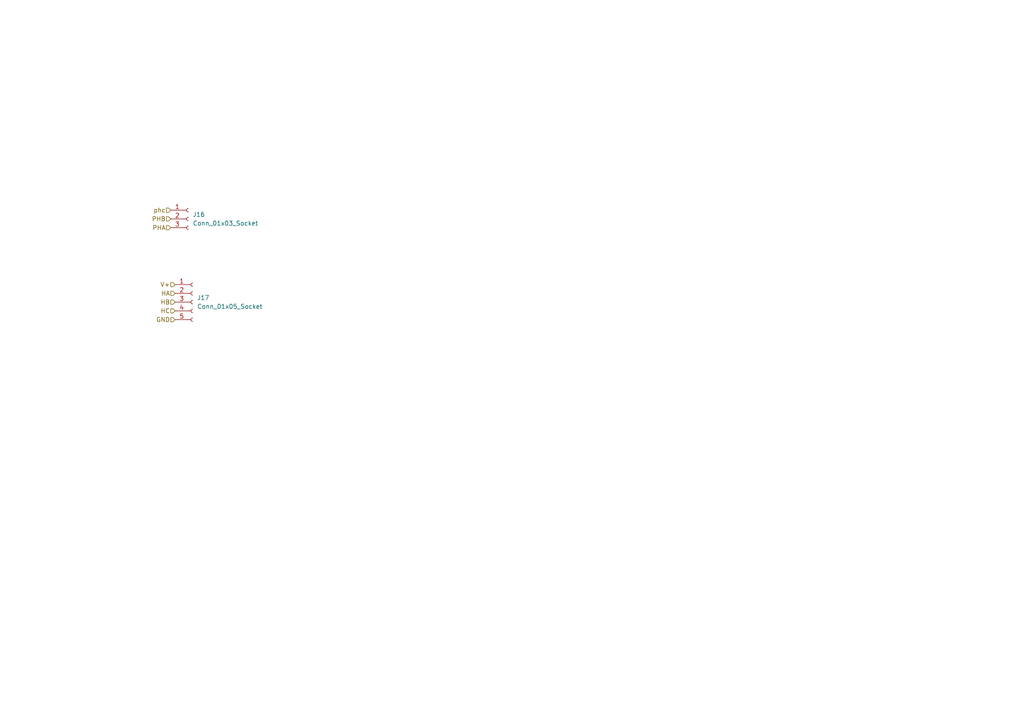
<source format=kicad_sch>
(kicad_sch (version 20231120) (generator "eeschema") (generator_version "8.0")
  (paper "A4")
  (lib_symbols
    (symbol "Connector:Conn_01x03_Socket" (pin_names (offset 1.016) hide)
      (property "Reference" "J" (at 0 5.08 0))
      (property "Value" "Conn_01x03_Socket" (at 0 -5.08 0))
      (symbol "Conn_01x03_Socket_1_1"
        (arc (start 0 -2.032) (mid -0.5058 -2.54) (end 0 -3.048) (stroke (width 0.1524)))
        (polyline (pts (xy -1.27 -2.54) (xy -0.508 -2.54)) (stroke (width 0.1524)))
        (polyline (pts (xy -1.27 0) (xy -0.508 0)) (stroke (width 0.1524)))
        (polyline (pts (xy -1.27 2.54) (xy -0.508 2.54)) (stroke (width 0.1524)))
        (arc (start 0 0.508) (mid -0.5058 0) (end 0 -0.508) (stroke (width 0.1524)))
        (arc (start 0 3.048) (mid -0.5058 2.54) (end 0 2.032) (stroke (width 0.1524)))
        (pin passive line (at -5.08 2.54 0) (length 3.81) (name "Pin_1") (number "1"))
        (pin passive line (at -5.08 0 0) (length 3.81) (name "Pin_2") (number "2"))
        (pin passive line (at -5.08 -2.54 0) (length 3.81) (name "Pin_3") (number "3"))
      )
    )
    (symbol "Connector:Conn_01x05_Socket" (pin_names (offset 1.016) hide)
      (property "Reference" "J" (at 0 7.62 0))
      (property "Value" "Conn_01x05_Socket" (at 0 -7.62 0))
      (symbol "Conn_01x05_Socket_1_1"
        (arc (start 0 -4.572) (mid -0.5058 -5.08) (end 0 -5.588) (stroke (width 0.1524)))
        (arc (start 0 -2.032) (mid -0.5058 -2.54) (end 0 -3.048) (stroke (width 0.1524)))
        (polyline (pts (xy -1.27 -5.08) (xy -0.508 -5.08)) (stroke (width 0.1524)))
        (polyline (pts (xy -1.27 -2.54) (xy -0.508 -2.54)) (stroke (width 0.1524)))
        (polyline (pts (xy -1.27 0) (xy -0.508 0)) (stroke (width 0.1524)))
        (polyline (pts (xy -1.27 2.54) (xy -0.508 2.54)) (stroke (width 0.1524)))
        (polyline (pts (xy -1.27 5.08) (xy -0.508 5.08)) (stroke (width 0.1524)))
        (arc (start 0 0.508) (mid -0.5058 0) (end 0 -0.508) (stroke (width 0.1524)))
        (arc (start 0 3.048) (mid -0.5058 2.54) (end 0 2.032) (stroke (width 0.1524)))
        (arc (start 0 5.588) (mid -0.5058 5.08) (end 0 4.572) (stroke (width 0.1524)))
        (pin passive line (at -5.08 5.08 0) (length 3.81) (name "Pin_1") (number "1"))
        (pin passive line (at -5.08 2.54 0) (length 3.81) (name "Pin_2") (number "2"))
        (pin passive line (at -5.08 0 0) (length 3.81) (name "Pin_3") (number "3"))
        (pin passive line (at -5.08 -2.54 0) (length 3.81) (name "Pin_4") (number "4"))
        (pin passive line (at -5.08 -5.08 0) (length 3.81) (name "Pin_5") (number "5"))
      )
    )
  )
  (hierarchical_label "PHA" (shape input) (at 49.53 66.04 180))
  (hierarchical_label "HC" (shape input) (at 50.8 90.17 180))
  (hierarchical_label "phc" (shape input) (at 49.53 60.96 180))
  (hierarchical_label "HB" (shape input) (at 50.8 87.63 180))
  (hierarchical_label "PHB" (shape input) (at 49.53 63.5 180))
  (hierarchical_label "HA" (shape input) (at 50.8 85.09 180))
  (hierarchical_label "GND" (shape input) (at 50.8 92.71 180))
  (hierarchical_label "V+" (shape input) (at 50.8 82.55 180))
  (symbol (lib_id "Connector:Conn_01x05_Socket") (at 55.88 87.63 0) (unit 1)
    (property "Reference" "J17" (at 57.15 86.36 0) (effects (justify left)))
    (property "Value" "Conn_01x05_Socket" (at 57.15 88.9 0) (effects (justify left)))
  )
  (symbol (lib_id "Connector:Conn_01x03_Socket") (at 54.61 63.5 0) (unit 1)
    (property "Reference" "J16" (at 55.88 62.23 0) (effects (justify left)))
    (property "Value" "Conn_01x03_Socket" (at 55.88 64.77 0) (effects (justify left)))
  )
)
</source>
